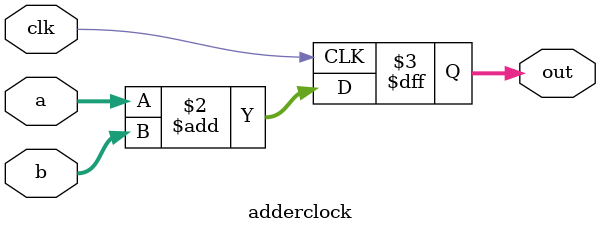
<source format=sv>
module adderclock(a,b,clk,out);
  input [7:0]a;
  input [7:0]b;
  input clk;
  output reg [8:0]out;
  always@(posedge clk)
    out=a+b;
endmodule

</source>
